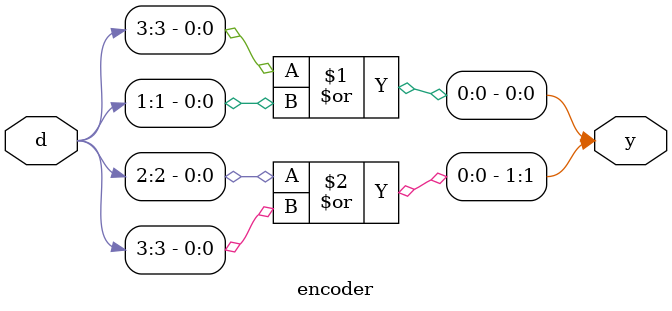
<source format=v>
`timescale 1ns / 1ps


module encoder(y,d);

    input [3:0]d;
    output [1:0]y;
    
    assign y[0] = d[3] | d[1];
    assign y[1] = d[2] | d[3];
endmodule

</source>
